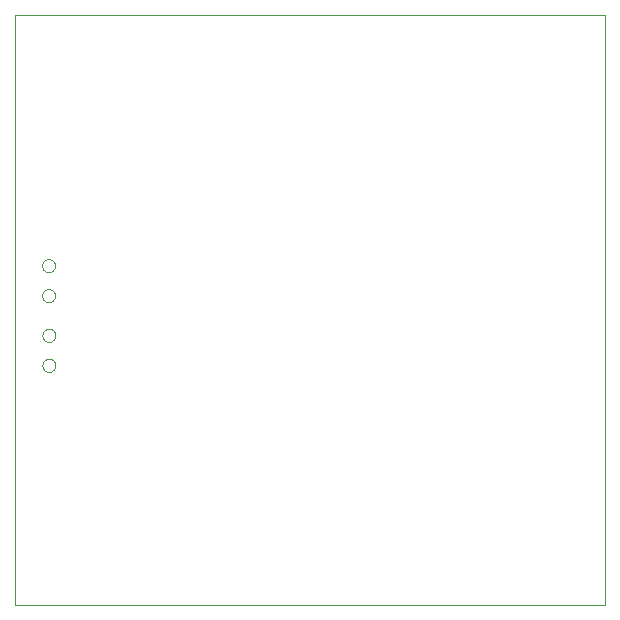
<source format=gtp>
G75*
%MOIN*%
%OFA0B0*%
%FSLAX24Y24*%
%IPPOS*%
%LPD*%
%AMOC8*
5,1,8,0,0,1.08239X$1,22.5*
%
%ADD10C,0.0000*%
D10*
X000350Y000350D02*
X000350Y020035D01*
X020035Y020035D01*
X020035Y000350D01*
X000350Y000350D01*
X001267Y008344D02*
X001269Y008373D01*
X001275Y008401D01*
X001284Y008429D01*
X001297Y008455D01*
X001314Y008478D01*
X001333Y008500D01*
X001355Y008519D01*
X001380Y008534D01*
X001406Y008547D01*
X001434Y008555D01*
X001462Y008560D01*
X001491Y008561D01*
X001520Y008558D01*
X001548Y008551D01*
X001575Y008541D01*
X001601Y008527D01*
X001624Y008510D01*
X001645Y008490D01*
X001663Y008467D01*
X001678Y008442D01*
X001689Y008415D01*
X001697Y008387D01*
X001701Y008358D01*
X001701Y008330D01*
X001697Y008301D01*
X001689Y008273D01*
X001678Y008246D01*
X001663Y008221D01*
X001645Y008198D01*
X001624Y008178D01*
X001601Y008161D01*
X001575Y008147D01*
X001548Y008137D01*
X001520Y008130D01*
X001491Y008127D01*
X001462Y008128D01*
X001434Y008133D01*
X001406Y008141D01*
X001380Y008154D01*
X001355Y008169D01*
X001333Y008188D01*
X001314Y008210D01*
X001297Y008233D01*
X001284Y008259D01*
X001275Y008287D01*
X001269Y008315D01*
X001267Y008344D01*
X001267Y009344D02*
X001269Y009373D01*
X001275Y009401D01*
X001284Y009429D01*
X001297Y009455D01*
X001314Y009478D01*
X001333Y009500D01*
X001355Y009519D01*
X001380Y009534D01*
X001406Y009547D01*
X001434Y009555D01*
X001462Y009560D01*
X001491Y009561D01*
X001520Y009558D01*
X001548Y009551D01*
X001575Y009541D01*
X001601Y009527D01*
X001624Y009510D01*
X001645Y009490D01*
X001663Y009467D01*
X001678Y009442D01*
X001689Y009415D01*
X001697Y009387D01*
X001701Y009358D01*
X001701Y009330D01*
X001697Y009301D01*
X001689Y009273D01*
X001678Y009246D01*
X001663Y009221D01*
X001645Y009198D01*
X001624Y009178D01*
X001601Y009161D01*
X001575Y009147D01*
X001548Y009137D01*
X001520Y009130D01*
X001491Y009127D01*
X001462Y009128D01*
X001434Y009133D01*
X001406Y009141D01*
X001380Y009154D01*
X001355Y009169D01*
X001333Y009188D01*
X001314Y009210D01*
X001297Y009233D01*
X001284Y009259D01*
X001275Y009287D01*
X001269Y009315D01*
X001267Y009344D01*
X001259Y010670D02*
X001261Y010699D01*
X001267Y010727D01*
X001276Y010755D01*
X001289Y010781D01*
X001306Y010804D01*
X001325Y010826D01*
X001347Y010845D01*
X001372Y010860D01*
X001398Y010873D01*
X001426Y010881D01*
X001454Y010886D01*
X001483Y010887D01*
X001512Y010884D01*
X001540Y010877D01*
X001567Y010867D01*
X001593Y010853D01*
X001616Y010836D01*
X001637Y010816D01*
X001655Y010793D01*
X001670Y010768D01*
X001681Y010741D01*
X001689Y010713D01*
X001693Y010684D01*
X001693Y010656D01*
X001689Y010627D01*
X001681Y010599D01*
X001670Y010572D01*
X001655Y010547D01*
X001637Y010524D01*
X001616Y010504D01*
X001593Y010487D01*
X001567Y010473D01*
X001540Y010463D01*
X001512Y010456D01*
X001483Y010453D01*
X001454Y010454D01*
X001426Y010459D01*
X001398Y010467D01*
X001372Y010480D01*
X001347Y010495D01*
X001325Y010514D01*
X001306Y010536D01*
X001289Y010559D01*
X001276Y010585D01*
X001267Y010613D01*
X001261Y010641D01*
X001259Y010670D01*
X001259Y011670D02*
X001261Y011699D01*
X001267Y011727D01*
X001276Y011755D01*
X001289Y011781D01*
X001306Y011804D01*
X001325Y011826D01*
X001347Y011845D01*
X001372Y011860D01*
X001398Y011873D01*
X001426Y011881D01*
X001454Y011886D01*
X001483Y011887D01*
X001512Y011884D01*
X001540Y011877D01*
X001567Y011867D01*
X001593Y011853D01*
X001616Y011836D01*
X001637Y011816D01*
X001655Y011793D01*
X001670Y011768D01*
X001681Y011741D01*
X001689Y011713D01*
X001693Y011684D01*
X001693Y011656D01*
X001689Y011627D01*
X001681Y011599D01*
X001670Y011572D01*
X001655Y011547D01*
X001637Y011524D01*
X001616Y011504D01*
X001593Y011487D01*
X001567Y011473D01*
X001540Y011463D01*
X001512Y011456D01*
X001483Y011453D01*
X001454Y011454D01*
X001426Y011459D01*
X001398Y011467D01*
X001372Y011480D01*
X001347Y011495D01*
X001325Y011514D01*
X001306Y011536D01*
X001289Y011559D01*
X001276Y011585D01*
X001267Y011613D01*
X001261Y011641D01*
X001259Y011670D01*
M02*

</source>
